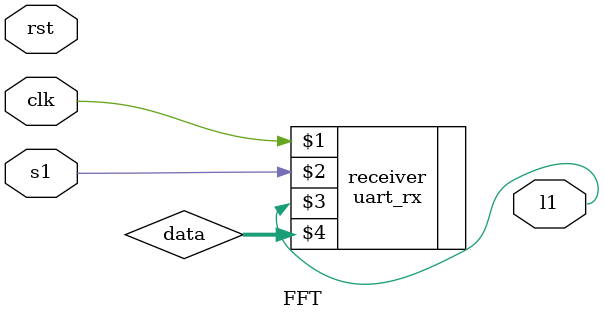
<source format=v>
module FFT (
  input clk,
  input rst,
  input s1,
  output l1);
  
  wire [7:0] data;
    
  uart_rx #(.TICKS_PER_BIT(128)) receiver (
    clk, s1, l1, data);
    
endmodule
</source>
